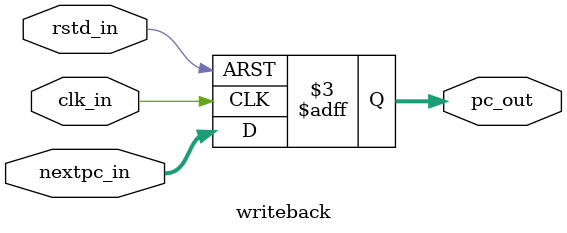
<source format=v>
module writeback(input clk_in,
                 input rstd_in,
                 input [31:0] nextpc_in,
                 output reg [31:0] pc_out);

    always @(negedge rstd_in or posedge clk_in) begin
        if (~rstd_in) begin
            pc_out <= 32'b0;
        end else if (clk_in) begin
            pc_out <= nextpc_in;
        end
    end

endmodule

</source>
